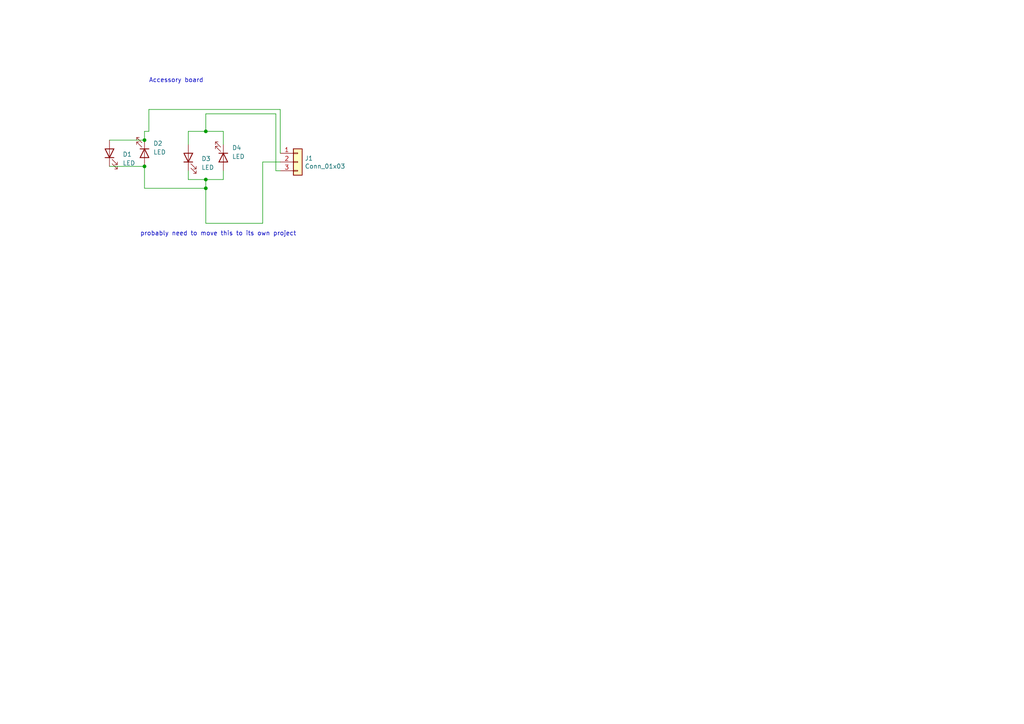
<source format=kicad_sch>
(kicad_sch (version 20211123) (generator eeschema)
  (paper "A4")
  (lib_symbols
    (symbol "Connector_Generic:Conn_01x03" (pin_names (offset 1.016) hide)
      (property "Reference" "J" (at 0 5.08 0))
      (property "Value" "Conn_01x03" (at 0 -5.08 0))
      (symbol "Conn_01x03_1_1"
        (rectangle (start -1.27 -2.413) (end 0 -2.667) (stroke (width 0.1524)))
        (rectangle (start -1.27 0.127) (end 0 -0.127) (stroke (width 0.1524)))
        (rectangle (start -1.27 2.667) (end 0 2.413) (stroke (width 0.1524)))
        (rectangle (start -1.27 3.81) (end 1.27 -3.81) (stroke (width 0.254)) (fill (type background)))
        (pin passive line (at -5.08 2.54 0) (length 3.81) (name "Pin_1") (number "1"))
        (pin passive line (at -5.08 0 0) (length 3.81) (name "Pin_2") (number "2"))
        (pin passive line (at -5.08 -2.54 0) (length 3.81) (name "Pin_3") (number "3"))
      )
    )
    (symbol "Device:LED" (pin_numbers hide) (pin_names (offset 1.016) hide)
      (property "Reference" "D" (at 0 2.54 0))
      (property "Value" "LED" (at 0 -2.54 0))
      (symbol "LED_0_1"
        (polyline (pts (xy -1.27 -1.27) (xy -1.27 1.27)) (stroke (width 0.254)))
        (polyline (pts (xy -1.27 0) (xy 1.27 0)))
        (polyline (pts (xy 1.27 -1.27) (xy 1.27 1.27) (xy -1.27 0) (xy 1.27 -1.27)) (stroke (width 0.254)))
        (polyline (pts (xy -3.048 -0.762) (xy -4.572 -2.286) (xy -3.81 -2.286) (xy -4.572 -2.286) (xy -4.572 -1.524)))
        (polyline (pts (xy -1.778 -0.762) (xy -3.302 -2.286) (xy -2.54 -2.286) (xy -3.302 -2.286) (xy -3.302 -1.524)))
      )
      (symbol "LED_1_1"
        (pin passive line (at -3.81 0 0) (length 2.54) (name "K") (number "1"))
        (pin passive line (at 3.81 0 180) (length 2.54) (name "A") (number "2"))
      )
    )
  )
  (junction (at 59.69 54.61))
  (junction (at 41.91 40.64))
  (junction (at 59.69 52.07))
  (junction (at 41.91 48.26))
  (junction (at 59.69 38.1))
  (wire (pts (xy 59.69 33.02) (xy 80.01 33.02)))
  (wire (pts (xy 41.91 48.26) (xy 41.91 54.61)))
  (wire (pts (xy 76.2 46.99) (xy 81.28 46.99)))
  (wire (pts (xy 59.69 64.77) (xy 76.2 64.77)))
  (wire (pts (xy 81.28 44.45) (xy 81.28 31.75)))
  (wire (pts (xy 80.01 33.02) (xy 80.01 49.53)))
  (wire (pts (xy 81.28 31.75) (xy 43.18 31.75)))
  (wire (pts (xy 59.69 33.02) (xy 59.69 38.1)))
  (wire (pts (xy 43.18 38.1) (xy 41.91 38.1)))
  (wire (pts (xy 54.61 49.53) (xy 54.61 52.07)))
  (wire (pts (xy 80.01 49.53) (xy 81.28 49.53)))
  (wire (pts (xy 31.75 40.64) (xy 41.91 40.64)))
  (wire (pts (xy 59.69 38.1) (xy 54.61 38.1)))
  (wire (pts (xy 64.77 38.1) (xy 64.77 41.91)))
  (wire (pts (xy 76.2 64.77) (xy 76.2 46.99)))
  (wire (pts (xy 54.61 52.07) (xy 59.69 52.07)))
  (wire (pts (xy 41.91 38.1) (xy 41.91 40.64)))
  (wire (pts (xy 59.69 54.61) (xy 59.69 64.77)))
  (wire (pts (xy 43.18 31.75) (xy 43.18 38.1)))
  (wire (pts (xy 54.61 38.1) (xy 54.61 41.91)))
  (wire (pts (xy 41.91 54.61) (xy 59.69 54.61)))
  (wire (pts (xy 31.75 48.26) (xy 41.91 48.26)))
  (wire (pts (xy 59.69 52.07) (xy 59.69 54.61)))
  (wire (pts (xy 64.77 49.53) (xy 64.77 52.07)))
  (wire (pts (xy 59.69 38.1) (xy 64.77 38.1)))
  (wire (pts (xy 59.69 52.07) (xy 64.77 52.07)))
  (text "probably need to move this to its own project" (at 40.64 68.58 0) (effects (font (size 1.27 1.27)) (justify left bottom)))
  (text "Accessory board" (at 43.18 24.13 0) (effects (font (size 1.27 1.27)) (justify left bottom)))
  (symbol (lib_id "Device:LED") (at 64.77 45.72 270) (unit 1)
    (property "Reference" "D4" (at 67.31 42.8624 90) (effects (justify left)))
    (property "Value" "LED" (at 67.31 45.4024 90) (effects (justify left)))
    (property "Footprint" "Custom4:Custom_LessSilkscreenLED_1206_3216Metric_Pad1.42x1.75mm_HandSolder" (effects hide))
  )
  (symbol (lib_id "Connector_Generic:Conn_01x03") (at 86.36 46.99 0) (unit 1)
    (property "Reference" "J1" (at 88.392 45.9232 0) (effects (justify left)))
    (property "Value" "Conn_01x03" (at 88.392 48.2346 0) (effects (justify left)))
    (property "Footprint" "Connector_PinHeader_2.54mm:PinHeader_1x03_P2.54mm_Horizontal" (effects hide))
  )
  (symbol (lib_id "Device:LED") (at 54.61 45.72 90) (unit 1)
    (property "Reference" "D3" (at 58.42 46.0374 90) (effects (justify right)))
    (property "Value" "LED" (at 58.42 48.5774 90) (effects (justify right)))
    (property "Footprint" "Custom4:Custom_LessSilkscreenLED_1206_3216Metric_Pad1.42x1.75mm_HandSolder" (effects hide))
  )
  (symbol (lib_id "Device:LED") (at 31.75 44.45 90) (unit 1)
    (property "Reference" "D1" (at 35.56 44.7674 90) (effects (justify right)))
    (property "Value" "LED" (at 35.56 47.3074 90) (effects (justify right)))
    (property "Footprint" "Custom4:Custom_LessSilkscreenLED_1206_3216Metric_Pad1.42x1.75mm_HandSolder" (effects hide))
  )
  (symbol (lib_id "Device:LED") (at 41.91 44.45 270) (unit 1)
    (property "Reference" "D2" (at 44.45 41.5924 90) (effects (justify left)))
    (property "Value" "LED" (at 44.45 44.1324 90) (effects (justify left)))
    (property "Footprint" "Custom4:Custom_LessSilkscreenLED_1206_3216Metric_Pad1.42x1.75mm_HandSolder" (effects hide))
  )
)
</source>
